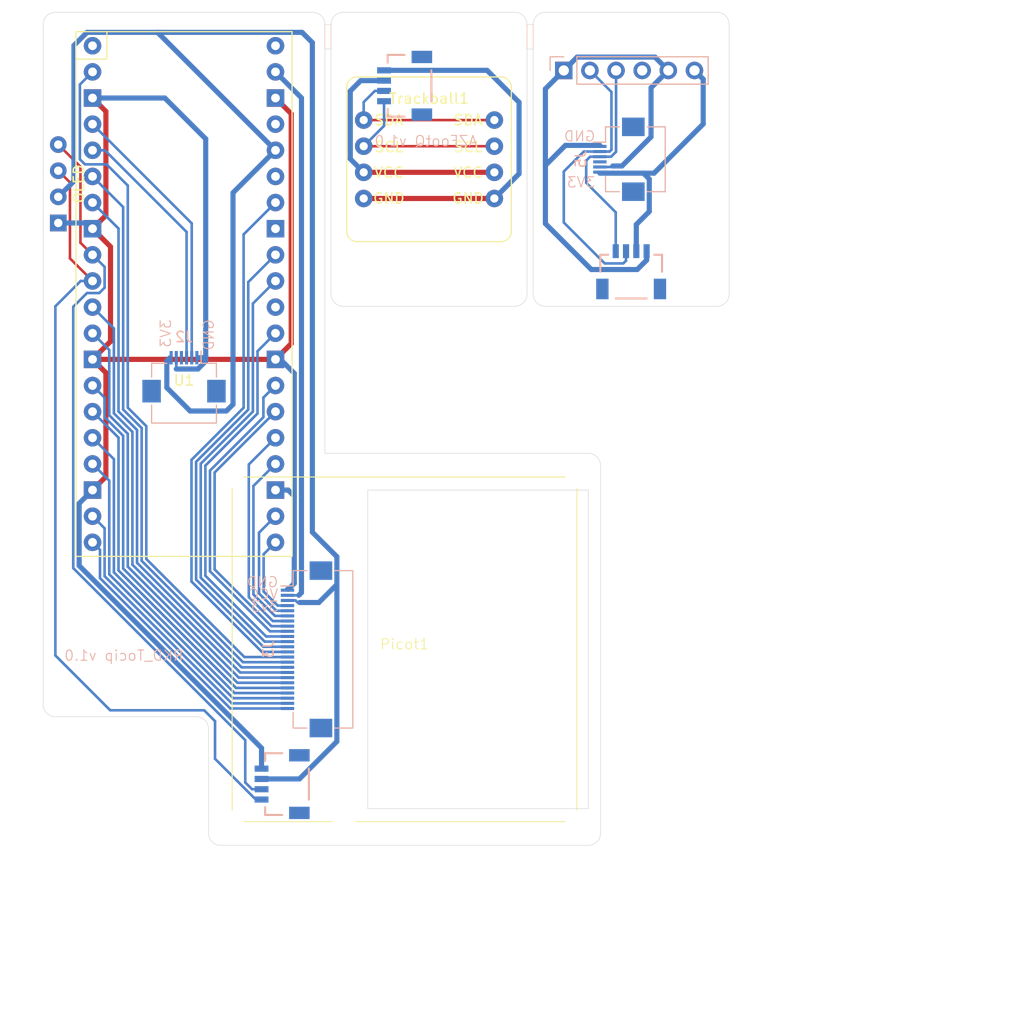
<source format=kicad_pcb>
(kicad_pcb (version 20241229) (generator "pcbnew") (generator_version "9.0")
  (layers (0 "F.Cu" signal) (2 "B.Cu" signal) (13 "F.Paste" user) (15 "B.Paste" user) (5 "F.SilkS" user "F.Silkscreen") (7 "B.SilkS" user "B.Silkscreen") (1 "F.Mask" user) (3 "B.Mask" user) (25 "Edge.Cuts" user))
  (net 0 "")
  (net 1 "GND")
  (net 2 "SCL-Tx")
  (net 3 "3v3")
  (net 6 "SDA-SCK")
  (net 7 "SDIO_TX")
  (net 9 "SCLK")
  (net 10 "GP21")
  (net 11 "GP28")
  (net 12 "GP17")
  (net 13 "GP10")
  (net 14 "VCC")
  (net 15 "GP27")
  (net 16 "GP08")
  (net 17 "GP26")
  (net 18 "GP19")
  (net 19 "GP23")
  (net 20 "GP24")
  (net 21 "GP13")
  (net 22 "GP12")
  (net 23 "GP16")
  (net 24 "GP09")
  (net 25 "GP15")
  (net 26 "GP25")
  (net 27 "GP11")
  (net 28 "GP18")
  (net 29 "GP22")
  (net 30 "GP14")
  (net 31 "GP20")
  (net 32 "AZ_GND")
  (net 33 "AZ_SDA")
  (net 35 "AZ_VCC")
  (net 37 "AZ_SCL")
  (net 38 "Seki_VCC")
  (net 39 "Seki_GND")
  (net 50 "Seki_SCL-DIO")
  (net 51 "Seki_SDA-SCK")
  (footprint "Rikkodo_FootPrint:rkd_Point_Screw_Hall" (layer "F.Cu") (at 95.249572 51.196613)
    (property "Reference" "M5" (hide yes))
    (property "Value" "Mark" (hide yes))
  )
  (footprint "Rikkodo_FootPrint:rkd_Point_Screw_Hall" (layer "F.Cu") (at 114.894868 51.196613)
    (property "Reference" "M6" (hide yes))
    (property "Value" "Mark" (hide yes))
  )
  (footprint "kicad:AZ1UBALL" (layer "F.Cu") (at 95.249572 51.196613)
    (property "Reference" "Trackball1")
    (property "Value" "az1uball")
  )
  (footprint "kbd_Hole:m2_Screw_Hole" (layer "F.Cu") (at 77.390767 41.671975)
    (property "Reference" "M3" (hide yes))
    (property "Value" "Mark" (hide yes))
  )
  (footprint "Rikkodo_FootPrint:rkd_cutdot" (layer "F.Cu") (at 85.426916 39.290362 90)
    (property "Reference" "M10" (hide yes))
    (property "Value" "Mark" (hide yes))
    (fp_line (start 1.190624 0.297656) (end 1.190482 -0.297479) (stroke (width 0.05)) (layer "Edge.Cuts"))
    (fp_line (start -1.190628 0.297656) (end -1.190768 -0.297479) (stroke (width 0.05)) (layer "Edge.Cuts"))
  )
  (footprint "Rikkodo_FootPrint:rkd_picot5400_BTM" (layer "F.Cu") (at 92.869052 98.822102)
    (property "Reference" "Picot1")
    (property "Value" "rkd_picot5400_BTM")
  )
  (footprint "Rikkodo_FootPrint:rkd_SekiBall_ScrewHall" (layer "F.Cu") (at 114.894818 51.196638)
    (property "Reference" "M7" (hide yes))
    (property "Value" "rkd_SekiBall_ScrewHall")
  )
  (footprint "BrownSugar_KBD:OLED_center_display" (layer "F.Cu") (at 77.717964 53.578136 -90)
    (property "Reference" "OL1")
    (property "Value" "OLED")
  )
  (footprint "kbd_Hole:m2_Screw_Hole" (layer "F.Cu") (at 66.675056 101.20321)
    (property "Reference" "M9" (hide yes))
    (property "Value" "Mark" (hide yes))
  )
  (footprint "kbd_Hole:m2_Screw_Hole" (layer "F.Cu") (at 65.484517 41.671975)
    (property "Reference" "M2" (hide yes))
    (property "Value" "Mark" (hide yes))
  )
  (footprint "Rikkodo_FootPrint:rkd_RPi_Pico_TH_NODBG" (layer "F.Cu") (at 71.437642 64.29385)
    (property "Reference" "U1")
    (property "Value" "Pico")
  )
  (footprint "Rikkodo_FootPrint:rkd_SekiBall_ScrewHall" (layer "F.Cu") (at 114.894818 51.196638 90)
    (property "Reference" "M8" (hide yes))
    (property "Value" "rkd_SekiBall_ScrewHall")
  )
  (footprint "Rikkodo_FootPrint:rkd_cutdot" (layer "F.Cu") (at 105.072212 39.290362 90)
    (property "Reference" "M11" (hide yes))
    (property "Value" "Mark" (hide yes))
    (fp_line (start 1.190624 0.297656) (end 1.190482 -0.297479) (stroke (width 0.05)) (layer "Edge.Cuts"))
    (fp_line (start -1.190628 0.297656) (end -1.190768 -0.297479) (stroke (width 0.05)) (layer "Edge.Cuts"))
  )
  (footprint "kbd_Hole:m2_Screw_Hole" (layer "F.Cu") (at 86.987753 115.490636)
    (property "Reference" "M4" (hide yes))
    (property "Value" "Mark" (hide yes))
  )
  (footprint "Rikkodo_FootPrint:rkd_Point_Hall" (layer "F.Cu") (at 100.012753 98.821886)
    (property "Reference" "M1" (hide yes))
    (property "Value" "Mark" (hide yes))
    (fp_line (start -10.715625 15.478125) (end -10.715625 -15.478125) (stroke (width 0.05)) (layer "Edge.Cuts"))
    (fp_line (start 10.715625 -15.478125) (end -10.715625 -15.478125) (stroke (width 0.05)) (layer "Edge.Cuts"))
    (fp_line (start 10.715625 -15.478125) (end 10.715625 15.478125) (stroke (width 0.05)) (layer "Edge.Cuts"))
    (fp_line (start 10.715625 15.478125) (end -10.715625 15.478125) (stroke (width 0.05)) (layer "Edge.Cuts"))
  )
  (footprint "Connector_FFC-FPC:Hirose_FH12-6S-0.5SH_1x06-1MP_P0.50mm_Horizontal" (layer "B.Cu") (at 113.704193 51.196638 -90)
    (property "Reference" "J5")
    (property "Value" "Conn_01x06")
  )
  (footprint "SparkFun-Connector:JST_SMD_1.0mm-4_Black" (layer "B.Cu") (at 114.894818 60.126418 180)
    (property "Reference" "J6")
    (property "Value" "Qwiic_RA")
  )
  (footprint "Connector_FFC-FPC:Hirose_FH12-6S-0.5SH_1x06-1MP_P0.50mm_Horizontal" (layer "B.Cu") (at 71.437784 72.330464 180)
    (property "Reference" "J2")
    (property "Value" "Conn_01x06")
  )
  (footprint "SparkFun-Connector:JST_SMD_1.0mm-4_Black" (layer "B.Cu") (at 78.973642 111.91885 -90)
    (property "Reference" "J1")
    (property "Value" "Qwiic_RA")
  )
  (footprint "SparkFun-Connector:JST_SMD_1.0mm-4_Black" (layer "B.Cu") (at 90.879272 44.052888 -90)
    (property "Reference" "J4")
    (property "Value" "Qwiic_RA")
  )
  (footprint "Connector_PinHeader_2.54mm:PinHeader_1x06_P2.54mm_Vertical" (layer "B.Cu") (at 108.34636 42.564529 -90)
    (property "Reference" "J7" (hide yes))
    (property "Value" "Conn_01x06")
  )
  (footprint "Connector_FFC-FPC:Hirose_FH12-24S-0.5SH_1x24-1MP_P0.50mm_Horizontal" (layer "B.Cu") (at 83.344044 98.822102 -90)
    (property "Reference" "J3")
    (property "Value" "Conn_01x24")
  )
  (gr_arc (start 83.939471 36.909412) (mid 84.781358 37.258144) (end 85.130096 38.100037) (stroke (width 0.05)) (layer "Edge.Cuts"))
  (gr_arc (start 110.728556 79.771999) (mid 111.57044 80.120728) (end 111.919181 80.962624) (stroke (width 0.05)) (layer "Edge.Cuts"))
  (gr_line (start 110.72851 117.872104) (end 75.009749 117.872048) (stroke (width 0.05)) (layer "Edge.Cuts"))
  (gr_line (start 104.774572 64.293488) (end 104.774733 40.48113) (stroke (width 0.05)) (layer "Edge.Cuts"))
  (gr_arc (start 104.774572 64.293488) (mid 104.425846 65.135387) (end 103.583947 65.484113) (stroke (width 0.05)) (layer "Edge.Cuts"))
  (gr_line (start 72.628489 105.370483) (end 58.936324 105.370457) (stroke (width 0.05)) (layer "Edge.Cuts"))
  (gr_line (start 85.129497 79.771975) (end 85.129437 40.48113) (stroke (width 0.05)) (layer "Edge.Cuts"))
  (gr_line (start 123.229243 65.484113) (end 106.560493 65.484113) (stroke (width 0.05)) (layer "Edge.Cuts"))
  (gr_line (start 111.919181 115.490778) (end 111.919181 80.962624) (stroke (width 0.05)) (layer "Edge.Cuts"))
  (gr_arc (start 111.919135 116.681479) (mid 111.570409 117.523367) (end 110.72851 117.872104) (stroke (width 0.05)) (layer "Edge.Cuts"))
  (gr_line (start 85.724572 40.48099) (end 85.724572 64.293488) (stroke (width 0.05)) (layer "Edge.Cuts"))
  (gr_arc (start 58.936324 105.370457) (mid 58.094486 105.021665) (end 57.745699 104.179832) (stroke (width 0.05)) (layer "Edge.Cuts"))
  (gr_arc (start 85.724572 38.099738) (mid 86.073298 37.257839) (end 86.915197 36.909113) (stroke (width 0.05)) (layer "Edge.Cuts"))
  (gr_line (start 57.745649 38.1001) (end 57.745699 104.179832) (stroke (width 0.05)) (layer "Edge.Cuts"))
  (gr_line (start 73.819036 106.561171) (end 73.819046 116.681486) (stroke (width 0.05)) (layer "Edge.Cuts"))
  (gr_line (start 103.583947 36.909113) (end 86.915197 36.909113) (stroke (width 0.05)) (layer "Edge.Cuts"))
  (gr_line (start 85.129497 79.771975) (end 110.728556 79.771999) (stroke (width 0.05)) (layer "Edge.Cuts"))
  (gr_line (start 86.915197 65.484113) (end 103.583947 65.484113) (stroke (width 0.05)) (layer "Edge.Cuts"))
  (gr_line (start 105.369868 64.293488) (end 105.369868 40.48099) (stroke (width 0.05)) (layer "Edge.Cuts"))
  (gr_arc (start 86.915197 65.484113) (mid 86.073298 65.135387) (end 85.724572 64.293488) (stroke (width 0.05)) (layer "Edge.Cuts"))
  (gr_line (start 124.419868 38.099738) (end 124.419868 64.293488) (stroke (width 0.05)) (layer "Edge.Cuts"))
  (gr_arc (start 105.369868 38.099738) (mid 105.718594 37.257839) (end 106.560493 36.909113) (stroke (width 0.05)) (layer "Edge.Cuts"))
  (gr_line (start 58.936274 36.909475) (end 83.939471 36.909475) (stroke (width 0.05)) (layer "Edge.Cuts"))
  (gr_arc (start 123.229243 36.909113) (mid 124.071142 37.257839) (end 124.419868 38.099738) (stroke (width 0.05)) (layer "Edge.Cuts"))
  (gr_arc (start 75.009749 117.872048) (mid 74.16786 117.523314) (end 73.819124 116.681423) (stroke (width 0.05)) (layer "Edge.Cuts"))
  (gr_arc (start 103.583947 36.909113) (mid 104.425846 37.257839) (end 104.774572 38.099738) (stroke (width 0.05)) (layer "Edge.Cuts"))
  (gr_arc (start 106.560493 65.484113) (mid 105.718594 65.135387) (end 105.369868 64.293488) (stroke (width 0.05)) (layer "Edge.Cuts"))
  (gr_arc (start 57.745649 38.1001) (mid 58.094399 37.258202) (end 58.936274 36.909475) (stroke (width 0.05)) (layer "Edge.Cuts"))
  (gr_arc (start 124.419868 64.293488) (mid 124.071142 65.135387) (end 123.229243 65.484113) (stroke (width 0.05)) (layer "Edge.Cuts"))
  (gr_arc (start 72.628489 105.370483) (mid 73.470387 105.719208) (end 73.819114 106.561108) (stroke (width 0.05)) (layer "Edge.Cuts"))
  (gr_line (start 106.560493 36.909113) (end 123.229243 36.909113) (stroke (width 0.05)) (layer "Edge.Cuts"))
  (gr_line (start 111.919135 116.681479) (end 111.919181 115.490778) (stroke (width 0.05)) (layer "Edge.Cuts"))
  (gr_text "VCC" (at 80.664776 94.059296 0) (layer "B.SilkS") (effects (font (size 1 1) (thickness 0.1)) (justify left bottom mirror)))
  (gr_text "3v3" (at 80.664776 95.24992 0) (layer "B.SilkS") (effects (font (size 1 1) (thickness 0.1)) (justify left bottom mirror)))
  (gr_text "GND" (at 111.474489 49.550458 0) (layer "B.SilkS") (effects (font (size 1 1) (thickness 0.1)) (justify left bottom mirror)))
  (gr_text "3V3" (at 70.246876 66.675 90) (layer "B.SilkS") (effects (font (size 1 1) (thickness 0.1)) (justify left bottom mirror)))
  (gr_text "3V3" (at 111.474489 54.015298 0) (layer "B.SilkS") (effects (font (size 1 1) (thickness 0.1)) (justify left bottom mirror)))
  (gr_text "GND" (at 74.414 66.674944 90) (layer "B.SilkS") (effects (font (size 1 1) (thickness 0.1)) (justify left bottom mirror)))
  (gr_text "GND" (at 80.664776 92.868672 0) (layer "B.SilkS") (effects (font (size 1 1) (thickness 0.1)) (justify left bottom mirror)))
  (gr_text "AZFootQ v1.0" (at 100.012022 50.006013 0) (layer "B.SilkS") (effects (font (size 1 1) (thickness 0.1)) (justify left bottom mirror)))
  (gr_text "RKD_Tocip v1.0" (at 71.437642 100.0126 0) (layer "B.SilkS") (effects (font (size 1 1) (thickness 0.1)) (justify left bottom mirror)))
  (segment (start 62.547642 70.64385) (end 63.847642 71.94385) (width 0.5) (layer "F.Cu") (net 1))
  (segment (start 59.217964 57.388136) (end 59.773678 57.94385) (width 0.5) (layer "F.Cu") (net 1))
  (segment (start 62.547642 57.94385) (end 64.294028 59.690236) (width 0.5) (layer "F.Cu") (net 1))
  (segment (start 63.847642 82.04385) (end 62.547642 83.34385) (width 0.5) (layer "F.Cu") (net 1))
  (segment (start 80.327642 45.24385) (end 81.85546 46.771668) (width 0.5) (layer "F.Cu") (net 1))
  (segment (start 62.547642 57.94385) (end 63.847642 56.64385) (width 0.5) (layer "F.Cu") (net 1))
  (segment (start 63.847642 56.64385) (end 63.847642 46.54385) (width 0.5) (layer "F.Cu") (net 1))
  (segment (start 81.85546 46.771668) (end 81.85546 69.116032) (width 0.5) (layer "F.Cu") (net 1))
  (segment (start 63.847642 46.54385) (end 62.547642 45.24385) (width 0.5) (layer "F.Cu") (net 1))
  (segment (start 63.847642 71.94385) (end 63.847642 82.04385) (width 0.5) (layer "F.Cu") (net 1))
  (segment (start 64.294028 59.690236) (end 64.294028 68.897464) (width 0.5) (layer "F.Cu") (net 1))
  (segment (start 64.294028 68.897464) (end 62.547642 70.64385) (width 0.5) (layer "F.Cu") (net 1))
  (segment (start 81.85546 69.116032) (end 80.327642 70.64385) (width 0.5) (layer "F.Cu") (net 1))
  (segment (start 62.547642 70.64385) (end 80.327642 70.64385) (width 0.5) (layer "F.Cu") (net 1))
  (segment (start 80.802323 70.64385) (end 82.153418 71.994945) (width 0.5) (layer "B.Cu") (net 1))
  (segment (start 80.327642 83.34385) (end 81.557991 83.34385) (width 0.5) (layer "B.Cu") (net 1))
  (segment (start 61.991928 57.388136) (end 62.547642 57.94385) (width 0.5) (layer "B.Cu") (net 1))
  (segment (start 81.557991 83.34385) (end 82.153418 83.939277) (width 0.5) (layer "B.Cu") (net 1))
  (segment (start 73.546117 49.2138) (end 73.546117 70.303899) (width 0.5) (layer "B.Cu") (net 1))
  (segment (start 69.576167 45.24385) (end 73.546117 49.2138) (width 0.5) (layer "B.Cu") (net 1))
  (segment (start 62.547642 45.24385) (end 69.576167 45.24385) (width 0.5) (layer "B.Cu") (net 1))
  (segment (start 61.247642 84.64385) (end 62.547642 83.34385) (width 0.5) (layer "B.Cu") (net 1))
  (segment (start 82.153418 92.412728) (end 81.594044 92.972102) (width 0.5) (layer "B.Cu") (net 1))
  (segment (start 72.787784 71.580464) (end 70.687784 71.580464) (width 0.5) (layer "B.Cu") (net 1))
  (segment (start 73.369552 70.480464) (end 72.787784 70.480464) (width 0.5) (layer "B.Cu") (net 1))
  (segment (start 78.973642 108.416362) (end 61.247642 90.690362) (width 0.5) (layer "B.Cu") (net 1))
  (segment (start 82.153418 71.994945) (end 82.153418 92.412728) (width 0.5) (layer "B.Cu") (net 1))
  (segment (start 61.247642 90.690362) (end 61.247642 84.64385) (width 0.5) (layer "B.Cu") (net 1))
  (segment (start 81.594044 92.972102) (end 81.494044 92.972102) (width 0.5) (layer "B.Cu") (net 1))
  (segment (start 73.546117 70.303899) (end 73.369552 70.480464) (width 0.5) (layer "B.Cu") (net 1))
  (segment (start 73.546117 70.822131) (end 72.787784 71.580464) (width 0.5) (layer "B.Cu") (net 1))
  (segment (start 62.547642 45.24385) (end 63.116392 45.8126) (width 0.5) (layer "B.Cu") (net 1))
  (segment (start 70.687784 70.480464) (end 70.687784 71.580464) (width 0.25) (layer "B.Cu") (net 1))
  (segment (start 59.217964 57.388136) (end 61.991928 57.388136) (width 0.5) (layer "B.Cu") (net 1))
  (segment (start 78.973642 110.41885) (end 78.973642 108.416362) (width 0.5) (layer "B.Cu") (net 1))
  (segment (start 73.546117 70.303899) (end 73.546117 70.822131) (width 0.5) (layer "B.Cu") (net 1))
  (segment (start 80.327642 70.64385) (end 80.802323 70.64385) (width 0.5) (layer "B.Cu") (net 1))
  (segment (start 59.217964 52.308136) (end 60.352964 53.443136) (width 0.25) (layer "F.Cu") (net 2))
  (segment (start 60.352964 53.443136) (end 60.352964 60.829172) (width 0.25) (layer "F.Cu") (net 2))
  (segment (start 60.352964 60.829172) (end 62.547642 63.02385) (width 0.25) (layer "F.Cu") (net 2))
  (segment (start 64.264263 104.745467) (end 73.394407 104.745467) (width 0.25) (layer "B.Cu") (net 2))
  (segment (start 58.936211 65.484574) (end 58.936211 99.417415) (width 0.25) (layer "B.Cu") (net 2))
  (segment (start 74.454328 105.805388) (end 74.454328 109.460932) (width 0.25) (layer "B.Cu") (net 2))
  (segment (start 62.547642 63.02385) (end 61.396935 63.02385) (width 0.25) (layer "B.Cu") (net 2))
  (segment (start 61.396935 63.02385) (end 58.936211 65.484574) (width 0.25) (layer "B.Cu") (net 2))
  (segment (start 58.936211 99.417415) (end 64.264263 104.745467) (width 0.25) (layer "B.Cu") (net 2))
  (segment (start 74.454328 109.460932) (end 78.412246 113.41885) (width 0.25) (layer "B.Cu") (net 2))
  (segment (start 78.412246 113.41885) (end 78.973642 113.41885) (width 0.25) (layer "B.Cu") (net 2))
  (segment (start 73.394407 104.745467) (end 74.454328 105.805388) (width 0.25) (layer "B.Cu") (net 2))
  (segment (start 82.917092 38.86385) (end 68.867642 38.86385) (width 0.5) (layer "B.Cu") (net 3))
  (segment (start 82.653556 111.41885) (end 78.973642 111.41885) (width 0.5) (layer "B.Cu") (net 3))
  (segment (start 82.680294 94.272727) (end 82.481496 94.272727) (width 0.25) (layer "B.Cu") (net 3))
  (segment (start 82.280871 94.072102) (end 81.494044 94.072102) (width 0.25) (layer "B.Cu") (net 3))
  (segment (start 83.912642 87.4407) (end 83.912642 39.8594) (width 0.5) (layer "B.Cu") (net 3))
  (segment (start 69.769036 70.799212) (end 70.087784 70.480464) (width 0.5) (layer "B.Cu") (net 3))
  (segment (start 60.742463 40.130551) (end 60.742463 53.323637) (width 0.5) (layer "B.Cu") (net 3))
  (segment (start 76.200288 75.01796) (end 75.556532 75.661716) (width 0.5) (layer "B.Cu") (net 3))
  (segment (start 86.294044 92.522102) (end 86.294044 107.778362) (width 0.5) (layer "B.Cu") (net 3))
  (segment (start 83.912642 39.8594) (end 82.917092 38.86385) (width 0.5) (layer "B.Cu") (net 3))
  (segment (start 80.327642 50.32385) (end 76.200288 54.451204) (width 0.5) (layer "B.Cu") (net 3))
  (segment (start 75.556532 75.661716) (end 72.033097 75.661716) (width 0.5) (layer "B.Cu") (net 3))
  (segment (start 62.009164 38.86385) (end 60.742463 40.130551) (width 0.5) (layer "B.Cu") (net 3))
  (segment (start 80.327642 50.32385) (end 68.867642 38.86385) (width 0.5) (layer "B.Cu") (net 3))
  (segment (start 82.481496 94.272727) (end 82.280871 94.072102) (width 0.25) (layer "B.Cu") (net 3))
  (segment (start 69.769036 73.397655) (end 69.769036 70.799212) (width 0.5) (layer "B.Cu") (net 3))
  (segment (start 86.294044 92.522102) (end 84.543419 94.272727) (width 0.5) (layer "B.Cu") (net 3))
  (segment (start 68.867642 38.86385) (end 62.009164 38.86385) (width 0.5) (layer "B.Cu") (net 3))
  (segment (start 86.294044 92.522102) (end 86.294044 89.822102) (width 0.5) (layer "B.Cu") (net 3))
  (segment (start 86.294044 107.778362) (end 82.653556 111.41885) (width 0.5) (layer "B.Cu") (net 3))
  (segment (start 76.200288 54.451204) (end 76.200288 75.01796) (width 0.5) (layer "B.Cu") (net 3))
  (segment (start 72.033097 75.661716) (end 69.769036 73.397655) (width 0.5) (layer "B.Cu") (net 3))
  (segment (start 86.294044 89.822102) (end 83.912642 87.4407) (width 0.5) (layer "B.Cu") (net 3))
  (segment (start 84.543419 94.272727) (end 82.680294 94.272727) (width 0.5) (layer "B.Cu") (net 3))
  (segment (start 60.742463 53.323637) (end 59.217964 54.848136) (width 0.5) (layer "B.Cu") (net 3))
  (segment (start 59.217964 49.768136) (end 61.372642 51.922814) (width 0.25) (layer "F.Cu") (net 6))
  (segment (start 61.372642 59.30885) (end 62.547642 60.48385) (width 0.25) (layer "F.Cu") (net 6))
  (segment (start 61.372642 51.922814) (end 61.372642 59.30885) (width 0.25) (layer "F.Cu") (net 6))
  (segment (start 77.390914 111.761122) (end 77.390914 107.646806) (width 0.25) (layer "B.Cu") (net 6))
  (segment (start 63.1985 64.19885) (end 63.722642 63.674708) (width 0.25) (layer "B.Cu") (net 6))
  (segment (start 62.007874 64.19885) (end 63.1985 64.19885) (width 0.25) (layer "B.Cu") (net 6))
  (segment (start 60.672642 90.928534) (end 60.672642 65.534082) (width 0.25) (layer "B.Cu") (net 6))
  (segment (start 62.865142 60.48385) (end 62.547642 60.48385) (width 0.25) (layer "B.Cu") (net 6))
  (segment (start 60.672642 65.534082) (end 62.007874 64.19885) (width 0.25) (layer "B.Cu") (net 6))
  (segment (start 77.390914 107.646806) (end 60.672642 90.928534) (width 0.25) (layer "B.Cu") (net 6))
  (segment (start 78.973642 112.41885) (end 78.048642 112.41885) (width 0.25) (layer "B.Cu") (net 6))
  (segment (start 63.722642 63.674708) (end 63.722642 61.65885) (width 0.25) (layer "B.Cu") (net 6))
  (segment (start 78.048642 112.41885) (end 77.390914 111.761122) (width 0.25) (layer "B.Cu") (net 6))
  (segment (start 63.722642 61.65885) (end 62.547642 60.48385) (width 0.25) (layer "B.Cu") (net 6))
  (segment (start 62.547642 50.32385) (end 63.749723 50.32385) (width 0.25) (layer "B.Cu") (net 7))
  (segment (start 71.687784 58.261911) (end 71.687784 70.480464) (width 0.25) (layer "B.Cu") (net 7))
  (segment (start 63.749723 50.32385) (end 71.687784 58.261911) (width 0.25) (layer "B.Cu") (net 7))
  (segment (start 62.547642 47.78385) (end 72.187784 57.423992) (width 0.25) (layer "B.Cu") (net 9))
  (segment (start 72.187784 57.423992) (end 72.187784 70.480464) (width 0.25) (layer "B.Cu") (net 9))
  (segment (start 73.064349 80.783346) (end 78.13154 75.716155) (width 0.25) (layer "B.Cu") (net 10))
  (segment (start 73.064349 91.857757) (end 73.064349 80.783346) (width 0.25) (layer "B.Cu") (net 10))
  (segment (start 78.13154 75.716155) (end 78.13154 65.219952) (width 0.25) (layer "B.Cu") (net 10))
  (segment (start 78.13154 65.219952) (end 80.327642 63.02385) (width 0.25) (layer "B.Cu") (net 10))
  (segment (start 79.278694 98.072102) (end 73.064349 91.857757) (width 0.25) (layer "B.Cu") (net 10))
  (segment (start 81.494044 98.072102) (end 79.278694 98.072102) (width 0.25) (layer "B.Cu") (net 10))
  (segment (start 80.544044 94.572102) (end 81.494044 94.572102) (width 0.25) (layer "B.Cu") (net 11))
  (segment (start 79.176853 93.204911) (end 80.544044 94.572102) (width 0.25) (layer "B.Cu") (net 11))
  (segment (start 79.176853 89.574639) (end 79.176853 93.204911) (width 0.25) (layer "B.Cu") (net 11))
  (segment (start 80.327642 88.42385) (end 79.176853 89.574639) (width 0.25) (layer "B.Cu") (net 11))
  (segment (start 67.322642 77.31687) (end 65.522642 75.51687) (width 0.25) (layer "B.Cu") (net 12))
  (segment (start 67.322642 90.224625) (end 67.322642 77.31687) (width 0.25) (layer "B.Cu") (net 12))
  (segment (start 81.494044 100.072102) (end 77.170119 100.072102) (width 0.25) (layer "B.Cu") (net 12))
  (segment (start 65.522642 75.51687) (end 65.522642 55.83885) (width 0.25) (layer "B.Cu") (net 12))
  (segment (start 77.170119 100.072102) (end 67.322642 90.224625) (width 0.25) (layer "B.Cu") (net 12))
  (segment (start 65.522642 55.83885) (end 62.547642 52.86385) (width 0.25) (layer "B.Cu") (net 12))
  (segment (start 65.522642 90.970209) (end 65.522642 78.062454) (width 0.25) (layer "B.Cu") (net 13))
  (segment (start 76.624535 102.072102) (end 65.522642 90.970209) (width 0.25) (layer "B.Cu") (net 13))
  (segment (start 81.494044 102.072102) (end 76.624535 102.072102) (width 0.25) (layer "B.Cu") (net 13))
  (segment (start 65.522642 78.062454) (end 63.722642 76.262454) (width 0.25) (layer "B.Cu") (net 13))
  (segment (start 63.722642 74.35885) (end 62.547642 73.18385) (width 0.25) (layer "B.Cu") (net 13))
  (segment (start 63.722642 76.262454) (end 63.722642 74.35885) (width 0.25) (layer "B.Cu") (net 13))
  (segment (start 80.327642 42.70385) (end 82.853418 45.229626) (width 0.5) (layer "B.Cu") (net 14))
  (segment (start 82.594044 93.572102) (end 81.494044 93.572102) (width 0.25) (layer "B.Cu") (net 14))
  (segment (start 82.853418 45.229626) (end 82.853418 93.312728) (width 0.5) (layer "B.Cu") (net 14))
  (segment (start 82.853418 93.312728) (end 82.594044 93.572102) (width 0.5) (layer "B.Cu") (net 14))
  (segment (start 81.494044 95.072102) (end 80.407648 95.072102) (width 0.25) (layer "B.Cu") (net 15))
  (segment (start 80.407648 95.072102) (end 78.726853 93.391307) (width 0.25) (layer "B.Cu") (net 15))
  (segment (start 78.726853 87.484639) (end 80.327642 85.88385) (width 0.25) (layer "B.Cu") (net 15))
  (segment (start 78.726853 93.391307) (end 78.726853 87.484639) (width 0.25) (layer "B.Cu") (net 15))
  (segment (start 64.622642 67.63885) (end 62.547642 65.56385) (width 0.25) (layer "B.Cu") (net 16))
  (segment (start 66.422642 77.689662) (end 64.622642 75.889662) (width 0.25) (layer "B.Cu") (net 16))
  (segment (start 64.622642 75.889662) (end 64.622642 67.63885) (width 0.25) (layer "B.Cu") (net 16))
  (segment (start 81.494044 101.072102) (end 76.897327 101.072102) (width 0.25) (layer "B.Cu") (net 16))
  (segment (start 76.897327 101.072102) (end 66.422642 90.597417) (width 0.25) (layer "B.Cu") (net 16))
  (segment (start 66.422642 90.597417) (end 66.422642 77.689662) (width 0.25) (layer "B.Cu") (net 16))
  (segment (start 78.184534 82.946958) (end 80.327642 80.80385) (width 0.25) (layer "B.Cu") (net 17))
  (segment (start 80.271252 95.572102) (end 78.184534 93.485384) (width 0.25) (layer "B.Cu") (net 17))
  (segment (start 81.494044 95.572102) (end 80.271252 95.572102) (width 0.25) (layer "B.Cu") (net 17))
  (segment (start 78.184534 93.485384) (end 78.184534 82.946958) (width 0.25) (layer "B.Cu") (net 17))
  (segment (start 72.164349 92.230549) (end 72.164349 80.410554) (width 0.25) (layer "B.Cu") (net 18))
  (segment (start 77.23154 75.343363) (end 77.23154 58.499952) (width 0.25) (layer "B.Cu") (net 18))
  (segment (start 72.164349 80.410554) (end 77.23154 75.343363) (width 0.25) (layer "B.Cu") (net 18))
  (segment (start 77.23154 58.499952) (end 80.327642 55.40385) (width 0.25) (layer "B.Cu") (net 18))
  (segment (start 79.005902 99.072102) (end 72.164349 92.230549) (width 0.25) (layer "B.Cu") (net 18))
  (segment (start 81.494044 99.072102) (end 79.005902 99.072102) (width 0.25) (layer "B.Cu") (net 18))
  (segment (start 81.494044 97.072102) (end 79.794002 97.072102) (width 0.25) (layer "B.Cu") (net 19))
  (segment (start 73.96406 91.24216) (end 73.96406 81.451036) (width 0.25) (layer "B.Cu") (net 19))
  (segment (start 73.96406 81.451036) (end 79.152642 76.262454) (width 0.25) (layer "B.Cu") (net 19))
  (segment (start 79.152642 74.35885) (end 80.327642 73.18385) (width 0.25) (layer "B.Cu") (net 19))
  (segment (start 79.152642 76.262454) (end 79.152642 74.35885) (width 0.25) (layer "B.Cu") (net 19))
  (segment (start 79.794002 97.072102) (end 73.96406 91.24216) (width 0.25) (layer "B.Cu") (net 19))
  (segment (start 81.494044 96.572102) (end 79.930398 96.572102) (width 0.25) (layer "B.Cu") (net 20))
  (segment (start 79.930398 96.572102) (end 74.414349 91.056053) (width 0.25) (layer "B.Cu") (net 20))
  (segment (start 74.414349 81.637143) (end 80.327642 75.72385) (width 0.25) (layer "B.Cu") (net 20))
  (segment (start 74.414349 91.056053) (end 74.414349 81.637143) (width 0.25) (layer "B.Cu") (net 20))
  (segment (start 64.172642 91.529397) (end 64.172642 82.42885) (width 0.25) (layer "B.Cu") (net 21))
  (segment (start 76.215347 103.572102) (end 64.172642 91.529397) (width 0.25) (layer "B.Cu") (net 21))
  (segment (start 81.494044 103.572102) (end 76.215347 103.572102) (width 0.25) (layer "B.Cu") (net 21))
  (segment (start 64.172642 82.42885) (end 62.547642 80.80385) (width 0.25) (layer "B.Cu") (net 21))
  (segment (start 64.622642 80.33885) (end 62.547642 78.26385) (width 0.25) (layer "B.Cu") (net 22))
  (segment (start 81.494044 103.072102) (end 76.351743 103.072102) (width 0.25) (layer "B.Cu") (net 22))
  (segment (start 64.622642 91.343001) (end 64.622642 80.33885) (width 0.25) (layer "B.Cu") (net 22))
  (segment (start 76.351743 103.072102) (end 64.622642 91.343001) (width 0.25) (layer "B.Cu") (net 22))
  (segment (start 66.872642 77.503266) (end 66.872642 90.411021) (width 0.25) (layer "B.Cu") (net 23))
  (segment (start 77.033723 100.572102) (end 81.494044 100.572102) (width 0.25) (layer "B.Cu") (net 23))
  (segment (start 65.072642 57.92885) (end 65.072642 75.703266) (width 0.25) (layer "B.Cu") (net 23))
  (segment (start 62.547642 55.40385) (end 65.072642 57.92885) (width 0.25) (layer "B.Cu") (net 23))
  (segment (start 65.072642 75.703266) (end 66.872642 77.503266) (width 0.25) (layer "B.Cu") (net 23))
  (segment (start 66.872642 90.411021) (end 77.033723 100.572102) (width 0.25) (layer "B.Cu") (net 23))
  (segment (start 81.494044 101.572102) (end 76.760931 101.572102) (width 0.25) (layer "B.Cu") (net 24))
  (segment (start 64.172642 69.72885) (end 62.547642 68.10385) (width 0.25) (layer "B.Cu") (net 24))
  (segment (start 64.172642 76.076058) (end 64.172642 69.72885) (width 0.25) (layer "B.Cu") (net 24))
  (segment (start 65.972642 90.783813) (end 65.972642 77.876058) (width 0.25) (layer "B.Cu") (net 24))
  (segment (start 65.972642 77.876058) (end 64.172642 76.076058) (width 0.25) (layer "B.Cu") (net 24))
  (segment (start 76.760931 101.572102) (end 65.972642 90.783813) (width 0.25) (layer "B.Cu") (net 24))
  (segment (start 75.942555 104.572102) (end 63.272642 91.902189) (width 0.25) (layer "B.Cu") (net 25))
  (segment (start 63.272642 91.902189) (end 63.272642 89.14885) (width 0.25) (layer "B.Cu") (net 25))
  (segment (start 81.494044 104.572102) (end 75.942555 104.572102) (width 0.25) (layer "B.Cu") (net 25))
  (segment (start 63.272642 89.14885) (end 62.547642 88.42385) (width 0.25) (layer "B.Cu") (net 25))
  (segment (start 80.066794 96.072102) (end 77.734534 93.739842) (width 0.25) (layer "B.Cu") (net 26))
  (segment (start 77.734534 93.739842) (end 77.734534 80.856958) (width 0.25) (layer "B.Cu") (net 26))
  (segment (start 81.494044 96.072102) (end 80.066794 96.072102) (width 0.25) (layer "B.Cu") (net 26))
  (segment (start 77.734534 80.856958) (end 80.327642 78.26385) (width 0.25) (layer "B.Cu") (net 26))
  (segment (start 76.488139 102.572102) (end 65.072642 91.156605) (width 0.25) (layer "B.Cu") (net 27))
  (segment (start 65.072642 78.24885) (end 62.547642 75.72385) (width 0.25) (layer "B.Cu") (net 27))
  (segment (start 81.494044 102.572102) (end 76.488139 102.572102) (width 0.25) (layer "B.Cu") (net 27))
  (segment (start 65.072642 91.156605) (end 65.072642 78.24885) (width 0.25) (layer "B.Cu") (net 27))
  (segment (start 61.809251 51.68885) (end 61.317463 51.197062) (width 0.25) (layer "B.Cu") (net 28))
  (segment (start 63.913938 51.68885) (end 61.809251 51.68885) (width 0.25) (layer "B.Cu") (net 28))
  (segment (start 67.772642 90.038229) (end 67.772642 77.130474) (width 0.25) (layer "B.Cu") (net 28))
  (segment (start 61.317463 51.197062) (end 61.317463 43.934029) (width 0.25) (layer "B.Cu") (net 28))
  (segment (start 77.306515 99.572102) (end 67.772642 90.038229) (width 0.25) (layer "B.Cu") (net 28))
  (segment (start 61.317463 43.934029) (end 62.547642 42.70385) (width 0.25) (layer "B.Cu") (net 28))
  (segment (start 67.772642 77.130474) (end 65.972642 75.330474) (width 0.25) (layer "B.Cu") (net 28))
  (segment (start 65.972642 75.330474) (end 65.972642 53.747554) (width 0.25) (layer "B.Cu") (net 28))
  (segment (start 81.494044 99.572102) (end 77.306515 99.572102) (width 0.25) (layer "B.Cu") (net 28))
  (segment (start 65.972642 53.747554) (end 63.913938 51.68885) (width 0.25) (layer "B.Cu") (net 28))
  (segment (start 78.58154 75.90204) (end 78.58154 69.849952) (width 0.25) (layer "B.Cu") (net 29))
  (segment (start 78.58154 69.849952) (end 80.327642 68.10385) (width 0.25) (layer "B.Cu") (net 29))
  (segment (start 79.41509 97.572102) (end 73.514349 91.671361) (width 0.25) (layer "B.Cu") (net 29))
  (segment (start 73.514349 80.969231) (end 78.58154 75.90204) (width 0.25) (layer "B.Cu") (net 29))
  (segment (start 81.494044 97.572102) (end 79.41509 97.572102) (width 0.25) (layer "B.Cu") (net 29))
  (segment (start 73.514349 91.671361) (end 73.514349 80.969231) (width 0.25) (layer "B.Cu") (net 29))
  (segment (start 81.494044 104.072102) (end 76.078951 104.072102) (width 0.25) (layer "B.Cu") (net 30))
  (segment (start 63.722642 87.05885) (end 62.547642 85.88385) (width 0.25) (layer "B.Cu") (net 30))
  (segment (start 76.078951 104.072102) (end 63.722642 91.715793) (width 0.25) (layer "B.Cu") (net 30))
  (segment (start 63.722642 91.715793) (end 63.722642 87.05885) (width 0.25) (layer "B.Cu") (net 30))
  (segment (start 79.142298 98.572102) (end 72.614349 92.044153) (width 0.25) (layer "B.Cu") (net 31))
  (segment (start 72.614349 80.59695) (end 77.68154 75.529759) (width 0.25) (layer "B.Cu") (net 31))
  (segment (start 81.494044 98.572102) (end 79.142298 98.572102) (width 0.25) (layer "B.Cu") (net 31))
  (segment (start 77.68154 63.129952) (end 80.327642 60.48385) (width 0.25) (layer "B.Cu") (net 31))
  (segment (start 72.614349 92.044153) (end 72.614349 80.59695) (width 0.25) (layer "B.Cu") (net 31))
  (segment (start 77.68154 75.529759) (end 77.68154 63.129952) (width 0.25) (layer "B.Cu") (net 31))
  (segment (start 88.899572 55.006613) (end 101.599572 55.006613) (width 0.5) (layer "F.Cu") (net 32))
  (segment (start 103.999572 52.606613) (end 103.999572 45.659188) (width 0.5) (layer "B.Cu") (net 32))
  (segment (start 100.893272 42.552888) (end 90.879272 42.552888) (width 0.5) (layer "B.Cu") (net 32))
  (segment (start 103.999572 45.659188) (end 100.893272 42.552888) (width 0.5) (layer "B.Cu") (net 32))
  (segment (start 101.599572 55.006613) (end 103.999572 52.606613) (width 0.5) (layer "B.Cu") (net 32))
  (segment (start 88.899572 47.386613) (end 101.599572 47.386613) (width 0.25) (layer "F.Cu") (net 33))
  (segment (start 88.899572 47.386613) (end 88.899572 45.640338) (width 0.25) (layer "B.Cu") (net 33))
  (segment (start 88.899572 45.640338) (end 89.987022 44.552888) (width 0.25) (layer "B.Cu") (net 33))
  (segment (start 89.987022 44.552888) (end 90.879272 44.552888) (width 0.25) (layer "B.Cu") (net 33))
  (segment (start 101.599572 52.466613) (end 88.899572 52.466613) (width 0.5) (layer "F.Cu") (net 35))
  (segment (start 90.879272 43.552888) (end 88.605772 43.552888) (width 0.5) (layer "B.Cu") (net 35))
  (segment (start 88.605772 43.552888) (end 87.599572 44.559088) (width 0.5) (layer "B.Cu") (net 35))
  (segment (start 87.599572 44.559088) (end 87.599572 51.166613) (width 0.5) (layer "B.Cu") (net 35))
  (segment (start 87.599572 51.166613) (end 88.899572 52.466613) (width 0.5) (layer "B.Cu") (net 35))
  (segment (start 88.899572 49.926613) (end 101.599572 49.926613) (width 0.25) (layer "F.Cu") (net 37))
  (segment (start 90.879272 47.946913) (end 88.899572 49.926613) (width 0.25) (layer "B.Cu") (net 37))
  (segment (start 90.879272 45.552888) (end 90.879272 47.946913) (width 0.25) (layer "B.Cu") (net 37))
  (segment (start 115.394818 57.537263) (end 116.654193 56.277888) (width 0.5) (layer "B.Cu") (net 38))
  (segment (start 116.654193 56.277888) (end 116.654193 53.115415) (width 0.5) (layer "B.Cu") (net 38))
  (segment (start 121.04636 42.564529) (end 121.89636 43.414529) (width 0.5) (layer "B.Cu") (net 38))
  (segment (start 117.116579 52.546638) (end 116.085416 52.546638) (width 0.5) (layer "B.Cu") (net 38))
  (segment (start 116.654193 53.115415) (end 116.085416 52.546638) (width 0.5) (layer "B.Cu") (net 38))
  (segment (start 115.394818 60.126418) (end 115.394818 57.537263) (width 0.5) (layer "B.Cu") (net 38))
  (segment (start 121.89636 43.414529) (end 121.89636 47.766857) (width 0.5) (layer "B.Cu") (net 38))
  (segment (start 121.89636 47.766857) (end 117.116579 52.546638) (width 0.5) (layer "B.Cu") (net 38))
  (segment (start 116.085416 52.546638) (end 111.854193 52.546638) (width 0.5) (layer "B.Cu") (net 38))
  (segment (start 108.34636 42.564529) (end 109.64636 41.264529) (width 0.5) (layer "B.Cu") (net 39))
  (segment (start 109.64636 41.264529) (end 117.20636 41.264529) (width 0.5) (layer "B.Cu") (net 39))
  (segment (start 106.560424 44.350465) (end 106.560424 51.791865) (width 0.5) (layer "B.Cu") (net 39))
  (segment (start 116.826629 44.24426) (end 118.50636 42.564529) (width 0.5) (layer "B.Cu") (net 39))
  (segment (start 113.108856 51.846638) (end 113.008856 51.946638) (width 0.25) (layer "B.Cu") (net 39))
  (segment (start 116.394818 60.126418) (end 116.394818 61.001418) (width 0.5) (layer "B.Cu") (net 39))
  (segment (start 111.025264 61.912169) (end 106.560424 57.447329) (width 0.5) (layer "B.Cu") (net 39))
  (segment (start 115.484067 61.912169) (end 111.025264 61.912169) (width 0.5) (layer "B.Cu") (net 39))
  (segment (start 106.560424 57.447329) (end 106.560424 51.791865) (width 0.5) (layer "B.Cu") (net 39))
  (segment (start 117.20636 41.264529) (end 118.50636 42.564529) (width 0.5) (layer "B.Cu") (net 39))
  (segment (start 113.108856 51.846638) (end 114.001824 51.846638) (width 0.5) (layer "B.Cu") (net 39))
  (segment (start 113.008856 51.946638) (end 111.854193 51.946638) (width 0.25) (layer "B.Cu") (net 39))
  (segment (start 108.34636 42.564529) (end 106.560424 44.350465) (width 0.5) (layer "B.Cu") (net 39))
  (segment (start 114.001824 51.846638) (end 116.826629 49.021833) (width 0.5) (layer "B.Cu") (net 39))
  (segment (start 108.505651 49.846638) (end 111.854193 49.846638) (width 0.5) (layer "B.Cu") (net 39))
  (segment (start 106.560424 51.791865) (end 108.505651 49.846638) (width 0.5) (layer "B.Cu") (net 39))
  (segment (start 116.826629 49.021833) (end 116.826629 44.24426) (width 0.5) (layer "B.Cu") (net 39))
  (segment (start 116.394818 61.001418) (end 115.484067 61.912169) (width 0.5) (layer "B.Cu") (net 39))
  (segment (start 110.525396 53.481013) (end 110.525396 51.325435) (width 0.25) (layer "B.Cu") (net 50))
  (segment (start 110.904193 50.946638) (end 111.854193 50.946638) (width 0.25) (layer "B.Cu") (net 50))
  (segment (start 110.525396 51.325435) (end 110.904193 50.946638) (width 0.25) (layer "B.Cu") (net 50))
  (segment (start 113.42636 50.460867) (end 112.940589 50.946638) (width 0.25) (layer "B.Cu") (net 50))
  (segment (start 112.940589 50.946638) (end 111.854193 50.946638) (width 0.25) (layer "B.Cu") (net 50))
  (segment (start 113.42636 42.564529) (end 113.42636 50.460867) (width 0.25) (layer "B.Cu") (net 50))
  (segment (start 113.394818 56.350435) (end 110.525396 53.481013) (width 0.25) (layer "B.Cu") (net 50))
  (segment (start 113.394818 60.126418) (end 113.394818 56.350435) (width 0.25) (layer "B.Cu") (net 50))
  (segment (start 114.129379 61.316857) (end 114.394818 61.051418) (width 0.25) (layer "B.Cu") (net 51))
  (segment (start 112.324818 61.316857) (end 114.129379 61.316857) (width 0.25) (layer "B.Cu") (net 51))
  (segment (start 111.854193 50.446638) (end 110.286899 50.446638) (width 0.25) (layer "B.Cu") (net 51))
  (segment (start 111.854193 50.446638) (end 112.804193 50.446638) (width 0.25) (layer "B.Cu") (net 51))
  (segment (start 108.34636 57.338399) (end 112.324818 61.316857) (width 0.25) (layer "B.Cu") (net 51))
  (segment (start 112.97636 44.654529) (end 110.88636 42.564529) (width 0.25) (layer "B.Cu") (net 51))
  (segment (start 110.286899 50.446638) (end 108.34636 52.387177) (width 0.25) (layer "B.Cu") (net 51))
  (segment (start 114.394818 61.051418) (end 114.394818 60.126418) (width 0.25) (layer "B.Cu") (net 51))
  (segment (start 112.804193 50.446638) (end 112.97636 50.274471) (width 0.25) (layer "B.Cu") (net 51))
  (segment (start 112.97636 50.274471) (end 112.97636 44.654529) (width 0.25) (layer "B.Cu") (net 51))
  (segment (start 108.34636 52.387177) (end 108.34636 57.338399) (width 0.25) (layer "B.Cu") (net 51))
)
</source>
